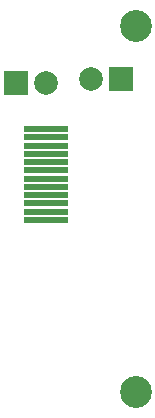
<source format=gts>
G04*
G04 #@! TF.GenerationSoftware,Altium Limited,Altium Designer,20.0.2 (26)*
G04*
G04 Layer_Color=8388736*
%FSLAX25Y25*%
%MOIN*%
G70*
G01*
G75*
%ADD12R,0.14580X0.02178*%
%ADD13C,0.07887*%
%ADD14R,0.07887X0.07887*%
%ADD15C,0.10642*%
D12*
X-29685Y87677D02*
D03*
D03*
Y84921D02*
D03*
Y82165D02*
D03*
Y79409D02*
D03*
Y76653D02*
D03*
Y73898D02*
D03*
Y71142D02*
D03*
Y68386D02*
D03*
Y65630D02*
D03*
Y62874D02*
D03*
Y60118D02*
D03*
Y57362D02*
D03*
D13*
X-30000Y103000D02*
D03*
X-15000Y104500D02*
D03*
D14*
X-40000Y103000D02*
D03*
X-5000Y104500D02*
D03*
D15*
X0Y122178D02*
D03*
Y0D02*
D03*
M02*

</source>
